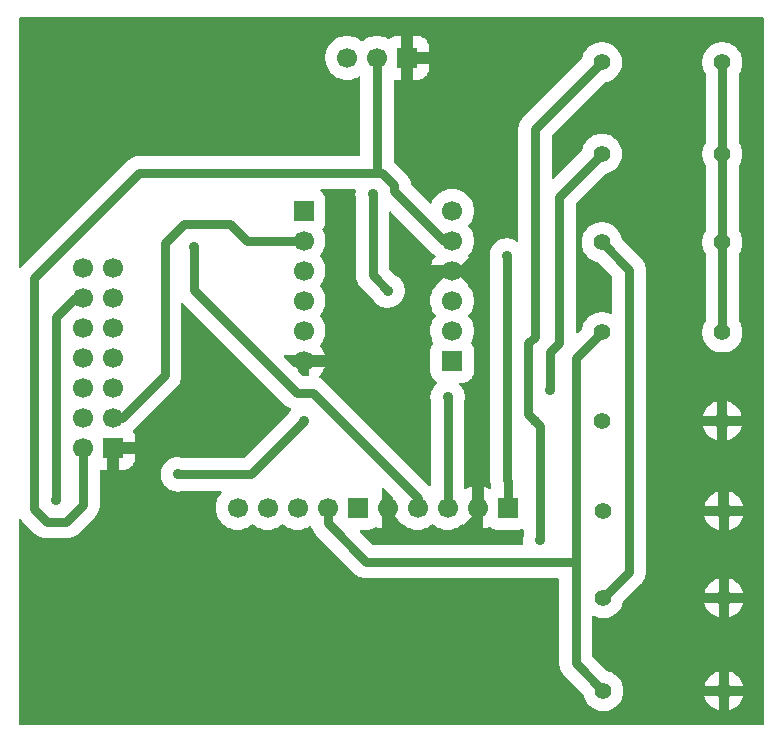
<source format=gbl>
G04 Layer: BottomLayer*
G04 EasyEDA v6.5.50, 2025-06-12 20:37:31*
G04 aa330ac2ebf7422699210df74fc2b7c5,bdb9141ddcec4d9e81ce16864cc1dc0d,10*
G04 Gerber Generator version 0.2*
G04 Scale: 100 percent, Rotated: No, Reflected: No *
G04 Dimensions in millimeters *
G04 leading zeros omitted , absolute positions ,4 integer and 5 decimal *
%FSLAX45Y45*%
%MOMM*%

%ADD10C,0.8000*%
%ADD11R,1.7000X1.7000*%
%ADD12C,1.7000*%
%ADD13C,1.4000*%
%ADD14C,0.9000*%
%ADD15C,0.0125*%

%LPD*%
G36*
X36068Y-6019292D02*
G01*
X32156Y-6018530D01*
X28905Y-6016294D01*
X26670Y-6013043D01*
X25908Y-6009132D01*
X25908Y-4278223D01*
X26771Y-4274058D01*
X29311Y-4270654D01*
X32969Y-4268571D01*
X37185Y-4268114D01*
X41249Y-4269486D01*
X44348Y-4272330D01*
X46482Y-4275378D01*
X57200Y-4287316D01*
X165506Y-4395673D01*
X177495Y-4406341D01*
X190347Y-4415485D01*
X204114Y-4423105D01*
X218694Y-4429099D01*
X233832Y-4433468D01*
X249326Y-4436110D01*
X265379Y-4437024D01*
X427939Y-4437024D01*
X443992Y-4436110D01*
X459485Y-4433468D01*
X474624Y-4429099D01*
X489204Y-4423105D01*
X502970Y-4415485D01*
X515823Y-4406341D01*
X527812Y-4395673D01*
X670661Y-4252823D01*
X681329Y-4240834D01*
X690473Y-4227982D01*
X698093Y-4214215D01*
X704088Y-4199636D01*
X708456Y-4184497D01*
X711098Y-4169003D01*
X712012Y-4152950D01*
X712012Y-3864254D01*
X712978Y-3859885D01*
X715721Y-3856380D01*
X719683Y-3854399D01*
X724154Y-3854297D01*
X727405Y-3854907D01*
X740816Y-3855821D01*
X776630Y-3855821D01*
X776630Y-3719169D01*
X763066Y-3719169D01*
X758698Y-3718153D01*
X755192Y-3715410D01*
X753160Y-3711397D01*
X753110Y-3706926D01*
X754837Y-3698392D01*
X756767Y-3679698D01*
X756767Y-3660901D01*
X754837Y-3642207D01*
X753110Y-3633673D01*
X753160Y-3629202D01*
X755192Y-3625189D01*
X758698Y-3622446D01*
X763066Y-3621430D01*
X776630Y-3621430D01*
X776630Y-3608070D01*
X777595Y-3603802D01*
X780186Y-3600348D01*
X783996Y-3598316D01*
X788365Y-3598011D01*
X806754Y-3600856D01*
X825500Y-3601770D01*
X844245Y-3600856D01*
X862634Y-3598011D01*
X867003Y-3598316D01*
X870813Y-3600348D01*
X873404Y-3603802D01*
X874369Y-3608070D01*
X874369Y-3621430D01*
X1011021Y-3621430D01*
X1011021Y-3585616D01*
X1010107Y-3572205D01*
X1007567Y-3559301D01*
X1003350Y-3546856D01*
X997508Y-3535070D01*
X995781Y-3532479D01*
X994359Y-3529126D01*
X994156Y-3525520D01*
X995222Y-3522116D01*
X997458Y-3519220D01*
X1001725Y-3515461D01*
X1360881Y-3156254D01*
X1371600Y-3144316D01*
X1380693Y-3131464D01*
X1388313Y-3117646D01*
X1394358Y-3103118D01*
X1398727Y-3087979D01*
X1401368Y-3072434D01*
X1402232Y-3056432D01*
X1402232Y-2451150D01*
X1403045Y-2447239D01*
X1405229Y-2443937D01*
X1408531Y-2441752D01*
X1412392Y-2440990D01*
X1416304Y-2441752D01*
X1419606Y-2443937D01*
X2280818Y-3305149D01*
X2292756Y-3315868D01*
X2305608Y-3324961D01*
X2319426Y-3332581D01*
X2329078Y-3336594D01*
X2332228Y-3338677D01*
X2334412Y-3341725D01*
X2335326Y-3345383D01*
X2334869Y-3349142D01*
X2333091Y-3352444D01*
X2325827Y-3361283D01*
X2318308Y-3373018D01*
X2316937Y-3374694D01*
X1939645Y-3751986D01*
X1936343Y-3754170D01*
X1932432Y-3754983D01*
X1411376Y-3754983D01*
X1408785Y-3754628D01*
X1402130Y-3752900D01*
X1385671Y-3750513D01*
X1369060Y-3750056D01*
X1352499Y-3751478D01*
X1336243Y-3754780D01*
X1320444Y-3759911D01*
X1305306Y-3766769D01*
X1291082Y-3775354D01*
X1277924Y-3785514D01*
X1266037Y-3797096D01*
X1255522Y-3809949D01*
X1246530Y-3823919D01*
X1239215Y-3838854D01*
X1233627Y-3854500D01*
X1229868Y-3870655D01*
X1227988Y-3887165D01*
X1227988Y-3903776D01*
X1229868Y-3920286D01*
X1233627Y-3936441D01*
X1239215Y-3952087D01*
X1246530Y-3967022D01*
X1255522Y-3980992D01*
X1266037Y-3993845D01*
X1277924Y-4005427D01*
X1291082Y-4015587D01*
X1305306Y-4024172D01*
X1320444Y-4031030D01*
X1336243Y-4036161D01*
X1352499Y-4039463D01*
X1369060Y-4040886D01*
X1385671Y-4040428D01*
X1402130Y-4038041D01*
X1408785Y-4036314D01*
X1411376Y-4035958D01*
X1735632Y-4035958D01*
X1739442Y-4036720D01*
X1742744Y-4038904D01*
X1744929Y-4042156D01*
X1745792Y-4045965D01*
X1745081Y-4049826D01*
X1742998Y-4053128D01*
X1738833Y-4057497D01*
X1727352Y-4072331D01*
X1717395Y-4088282D01*
X1709115Y-4105148D01*
X1702612Y-4122775D01*
X1697888Y-4140962D01*
X1695043Y-4159554D01*
X1694129Y-4178300D01*
X1695043Y-4197045D01*
X1697888Y-4215638D01*
X1702612Y-4233824D01*
X1709115Y-4251452D01*
X1717395Y-4268317D01*
X1727352Y-4284268D01*
X1738833Y-4299102D01*
X1751787Y-4312767D01*
X1766062Y-4324959D01*
X1781505Y-4335729D01*
X1797913Y-4344822D01*
X1815185Y-4352239D01*
X1833118Y-4357878D01*
X1851507Y-4361637D01*
X1870202Y-4363567D01*
X1888998Y-4363567D01*
X1907692Y-4361637D01*
X1926082Y-4357878D01*
X1944014Y-4352239D01*
X1961286Y-4344822D01*
X1977694Y-4335729D01*
X1993138Y-4324959D01*
X1999996Y-4319117D01*
X2003094Y-4317288D01*
X2006600Y-4316679D01*
X2010105Y-4317288D01*
X2013204Y-4319117D01*
X2020062Y-4324959D01*
X2035505Y-4335729D01*
X2051913Y-4344822D01*
X2069185Y-4352239D01*
X2087118Y-4357878D01*
X2105507Y-4361637D01*
X2124202Y-4363567D01*
X2142998Y-4363567D01*
X2161692Y-4361637D01*
X2180082Y-4357878D01*
X2198014Y-4352239D01*
X2215286Y-4344822D01*
X2231694Y-4335729D01*
X2247138Y-4324959D01*
X2253996Y-4319117D01*
X2257094Y-4317288D01*
X2260600Y-4316679D01*
X2264105Y-4317288D01*
X2267204Y-4319117D01*
X2274062Y-4324959D01*
X2289505Y-4335729D01*
X2305913Y-4344822D01*
X2323185Y-4352239D01*
X2341118Y-4357878D01*
X2359507Y-4361637D01*
X2378202Y-4363567D01*
X2396998Y-4363567D01*
X2415692Y-4361637D01*
X2434082Y-4357878D01*
X2452014Y-4352239D01*
X2469286Y-4344822D01*
X2485694Y-4335729D01*
X2489352Y-4333189D01*
X2492857Y-4331614D01*
X2496667Y-4331512D01*
X2500274Y-4332782D01*
X2503170Y-4335322D01*
X2504897Y-4338726D01*
X2509012Y-4352848D01*
X2515006Y-4367428D01*
X2522626Y-4381195D01*
X2531770Y-4394047D01*
X2542438Y-4406036D01*
X2870758Y-4734306D01*
X2882696Y-4745024D01*
X2895549Y-4754118D01*
X2909366Y-4761738D01*
X2923895Y-4767783D01*
X2939034Y-4772152D01*
X2954578Y-4774793D01*
X2970580Y-4775657D01*
X4592472Y-4775657D01*
X4596333Y-4776470D01*
X4599635Y-4778654D01*
X4601819Y-4781956D01*
X4602632Y-4785817D01*
X4602632Y-5494121D01*
X4603496Y-5510174D01*
X4606137Y-5525668D01*
X4610506Y-5540806D01*
X4616551Y-5555386D01*
X4624171Y-5569153D01*
X4633264Y-5582005D01*
X4643983Y-5593994D01*
X4806645Y-5756656D01*
X4808524Y-5759246D01*
X4814265Y-5780379D01*
X4820666Y-5797042D01*
X4828794Y-5812942D01*
X4838496Y-5827928D01*
X4849723Y-5841796D01*
X4862322Y-5854395D01*
X4876190Y-5865622D01*
X4891176Y-5875375D01*
X4907076Y-5883452D01*
X4923739Y-5889853D01*
X4940960Y-5894476D01*
X4958588Y-5897270D01*
X4976418Y-5898184D01*
X4994249Y-5897270D01*
X5011877Y-5894476D01*
X5029098Y-5889853D01*
X5045760Y-5883452D01*
X5061661Y-5875375D01*
X5076647Y-5865622D01*
X5090515Y-5854395D01*
X5103114Y-5841796D01*
X5114340Y-5827928D01*
X5124094Y-5812942D01*
X5132171Y-5797042D01*
X5138572Y-5780379D01*
X5143195Y-5763158D01*
X5145989Y-5745530D01*
X5146903Y-5727700D01*
X5145989Y-5709869D01*
X5143195Y-5692241D01*
X5138572Y-5675020D01*
X5132171Y-5658358D01*
X5124094Y-5642457D01*
X5114340Y-5627471D01*
X5103114Y-5613603D01*
X5090515Y-5601004D01*
X5076647Y-5589778D01*
X5061661Y-5580024D01*
X5045760Y-5571947D01*
X5029098Y-5565546D01*
X5007914Y-5559806D01*
X5005324Y-5557926D01*
X4886604Y-5439206D01*
X4884420Y-5435904D01*
X4883607Y-5431993D01*
X4883607Y-5100675D01*
X4884470Y-5096662D01*
X4886807Y-5093258D01*
X4890363Y-5091125D01*
X4894427Y-5090566D01*
X4898390Y-5091633D01*
X4907076Y-5096052D01*
X4923739Y-5102453D01*
X4940960Y-5107076D01*
X4958588Y-5109870D01*
X4976418Y-5110784D01*
X4994249Y-5109870D01*
X5011877Y-5107076D01*
X5029098Y-5102453D01*
X5045760Y-5096052D01*
X5061661Y-5087975D01*
X5076647Y-5078222D01*
X5090515Y-5066995D01*
X5103114Y-5054396D01*
X5114340Y-5040528D01*
X5124094Y-5025542D01*
X5132171Y-5009642D01*
X5138572Y-4992979D01*
X5144312Y-4971796D01*
X5146192Y-4969205D01*
X5293106Y-4822291D01*
X5303824Y-4810302D01*
X5312918Y-4797450D01*
X5320538Y-4783683D01*
X5326583Y-4769104D01*
X5330952Y-4753965D01*
X5333593Y-4738471D01*
X5334457Y-4722418D01*
X5334457Y-2160981D01*
X5333593Y-2144928D01*
X5330952Y-2129434D01*
X5326583Y-2114296D01*
X5320538Y-2099716D01*
X5312918Y-2085949D01*
X5303824Y-2073097D01*
X5293106Y-2061108D01*
X5133492Y-1901494D01*
X5131612Y-1898904D01*
X5125872Y-1877720D01*
X5119471Y-1861057D01*
X5111394Y-1845157D01*
X5101640Y-1830171D01*
X5090414Y-1816303D01*
X5077815Y-1803704D01*
X5063947Y-1792478D01*
X5048961Y-1782724D01*
X5033060Y-1774647D01*
X5016398Y-1768246D01*
X4999177Y-1763623D01*
X4981549Y-1760829D01*
X4963718Y-1759915D01*
X4945888Y-1760829D01*
X4928260Y-1763623D01*
X4911039Y-1768246D01*
X4894376Y-1774647D01*
X4878476Y-1782724D01*
X4863490Y-1792478D01*
X4849622Y-1803704D01*
X4837023Y-1816303D01*
X4825796Y-1830171D01*
X4816094Y-1845157D01*
X4807966Y-1861057D01*
X4801565Y-1877720D01*
X4796942Y-1894941D01*
X4794148Y-1912569D01*
X4793234Y-1930400D01*
X4794148Y-1948230D01*
X4796942Y-1965858D01*
X4801565Y-1983079D01*
X4807966Y-1999742D01*
X4816094Y-2015642D01*
X4825796Y-2030628D01*
X4837023Y-2044496D01*
X4849622Y-2057095D01*
X4863490Y-2068322D01*
X4878476Y-2078075D01*
X4894376Y-2086152D01*
X4911039Y-2092553D01*
X4932172Y-2098294D01*
X4934762Y-2100173D01*
X5050485Y-2215896D01*
X5052669Y-2219198D01*
X5053482Y-2223109D01*
X5053482Y-2530449D01*
X5052618Y-2534513D01*
X5050282Y-2537866D01*
X5046726Y-2540000D01*
X5042662Y-2540609D01*
X5038699Y-2539492D01*
X5033060Y-2536647D01*
X5016398Y-2530246D01*
X4999177Y-2525623D01*
X4981549Y-2522829D01*
X4963718Y-2521915D01*
X4945888Y-2522829D01*
X4928260Y-2525623D01*
X4911039Y-2530246D01*
X4894376Y-2536647D01*
X4878476Y-2544724D01*
X4863490Y-2554478D01*
X4849622Y-2565704D01*
X4837023Y-2578303D01*
X4825796Y-2592171D01*
X4816094Y-2607157D01*
X4807966Y-2623058D01*
X4801565Y-2639720D01*
X4795824Y-2660853D01*
X4793945Y-2663444D01*
X4759655Y-2697734D01*
X4756353Y-2699918D01*
X4752492Y-2700680D01*
X4748580Y-2699918D01*
X4745278Y-2697734D01*
X4743094Y-2694432D01*
X4742332Y-2690520D01*
X4742332Y-1605381D01*
X4743094Y-1601470D01*
X4745278Y-1598218D01*
X4992624Y-1350873D01*
X4995214Y-1348994D01*
X5016398Y-1343253D01*
X5033060Y-1336852D01*
X5048961Y-1328775D01*
X5063947Y-1319022D01*
X5077815Y-1307795D01*
X5090414Y-1295196D01*
X5101640Y-1281328D01*
X5111394Y-1266342D01*
X5119471Y-1250442D01*
X5125872Y-1233779D01*
X5130495Y-1216558D01*
X5133289Y-1198930D01*
X5134203Y-1181100D01*
X5133289Y-1163269D01*
X5130495Y-1145641D01*
X5125872Y-1128420D01*
X5119471Y-1111758D01*
X5111394Y-1095857D01*
X5101640Y-1080871D01*
X5090414Y-1067003D01*
X5077815Y-1054404D01*
X5063947Y-1043178D01*
X5048961Y-1033424D01*
X5033060Y-1025347D01*
X5016398Y-1018946D01*
X4999177Y-1014323D01*
X4981549Y-1011529D01*
X4963718Y-1010615D01*
X4945888Y-1011529D01*
X4928260Y-1014323D01*
X4911039Y-1018946D01*
X4894376Y-1025347D01*
X4878476Y-1033424D01*
X4863490Y-1043178D01*
X4849622Y-1054404D01*
X4837023Y-1067003D01*
X4825796Y-1080871D01*
X4816094Y-1095857D01*
X4807966Y-1111758D01*
X4801565Y-1128420D01*
X4795824Y-1149553D01*
X4793945Y-1152144D01*
X4555134Y-1390954D01*
X4551832Y-1393139D01*
X4547971Y-1393901D01*
X4544060Y-1393139D01*
X4540758Y-1390954D01*
X4538573Y-1387652D01*
X4537811Y-1383741D01*
X4537811Y-1035202D01*
X4538573Y-1031290D01*
X4540758Y-1028039D01*
X4992624Y-576173D01*
X4995214Y-574294D01*
X5016398Y-568553D01*
X5033060Y-562152D01*
X5048961Y-554075D01*
X5063947Y-544322D01*
X5077815Y-533095D01*
X5090414Y-520496D01*
X5101640Y-506628D01*
X5111394Y-491642D01*
X5119471Y-475742D01*
X5125872Y-459079D01*
X5130495Y-441858D01*
X5133289Y-424230D01*
X5134203Y-406400D01*
X5133289Y-388569D01*
X5130495Y-370941D01*
X5125872Y-353720D01*
X5119471Y-337058D01*
X5111394Y-321157D01*
X5101640Y-306171D01*
X5090414Y-292303D01*
X5077815Y-279704D01*
X5063947Y-268478D01*
X5048961Y-258724D01*
X5033060Y-250647D01*
X5016398Y-244246D01*
X4999177Y-239623D01*
X4981549Y-236829D01*
X4963718Y-235915D01*
X4945888Y-236829D01*
X4928260Y-239623D01*
X4911039Y-244246D01*
X4894376Y-250647D01*
X4878476Y-258724D01*
X4863490Y-268478D01*
X4849622Y-279704D01*
X4837023Y-292303D01*
X4825796Y-306171D01*
X4816094Y-321157D01*
X4807966Y-337058D01*
X4801565Y-353720D01*
X4795824Y-374853D01*
X4793945Y-377444D01*
X4298137Y-873252D01*
X4287469Y-885190D01*
X4278325Y-898042D01*
X4270705Y-911860D01*
X4264710Y-926388D01*
X4260342Y-941527D01*
X4257700Y-957071D01*
X4256786Y-973074D01*
X4256786Y-1913483D01*
X4255871Y-1917750D01*
X4253179Y-1921205D01*
X4249318Y-1923237D01*
X4244949Y-1923491D01*
X4240885Y-1921865D01*
X4234078Y-1917192D01*
X4219397Y-1909419D01*
X4203903Y-1903425D01*
X4187850Y-1899208D01*
X4171391Y-1896821D01*
X4154779Y-1896364D01*
X4138218Y-1897786D01*
X4121962Y-1901088D01*
X4106164Y-1906219D01*
X4091025Y-1913077D01*
X4076801Y-1921662D01*
X4063644Y-1931822D01*
X4051757Y-1943404D01*
X4041241Y-1956257D01*
X4032250Y-1970227D01*
X4024934Y-1985162D01*
X4019346Y-2000808D01*
X4015587Y-2016963D01*
X4013708Y-2033473D01*
X4013708Y-2050084D01*
X4015587Y-2066594D01*
X4018178Y-2077720D01*
X4018432Y-2080006D01*
X4018432Y-3946296D01*
X4019346Y-3962298D01*
X4021988Y-3977843D01*
X4024680Y-3987292D01*
X4025087Y-3990086D01*
X4025087Y-4004360D01*
X4024528Y-4007612D01*
X4023004Y-4010558D01*
X4015943Y-4016654D01*
X4012336Y-4018686D01*
X4008272Y-4019092D01*
X4004310Y-4017873D01*
X3993286Y-4011777D01*
X3976014Y-4004360D01*
X3960469Y-3999484D01*
X3960469Y-4129430D01*
X3969918Y-4129430D01*
X3973829Y-4130243D01*
X3977132Y-4132427D01*
X3979316Y-4135729D01*
X3980078Y-4139590D01*
X3980078Y-4217009D01*
X3979316Y-4220870D01*
X3977132Y-4224172D01*
X3973829Y-4226356D01*
X3969918Y-4227169D01*
X3960469Y-4227169D01*
X3960469Y-4357116D01*
X3976014Y-4352239D01*
X3993286Y-4344822D01*
X4004310Y-4338726D01*
X4008272Y-4337507D01*
X4012336Y-4337913D01*
X4015943Y-4339945D01*
X4019448Y-4343044D01*
X4030370Y-4350308D01*
X4042156Y-4356150D01*
X4054601Y-4360367D01*
X4067505Y-4362907D01*
X4080916Y-4363821D01*
X4250283Y-4363821D01*
X4263694Y-4362907D01*
X4276598Y-4360367D01*
X4287367Y-4356709D01*
X4291177Y-4356201D01*
X4294886Y-4357116D01*
X4298035Y-4359351D01*
X4300067Y-4362551D01*
X4300829Y-4366310D01*
X4300829Y-4411776D01*
X4300524Y-4414062D01*
X4297934Y-4425188D01*
X4296054Y-4441698D01*
X4296054Y-4458309D01*
X4297934Y-4474819D01*
X4299661Y-4482185D01*
X4299864Y-4485843D01*
X4298746Y-4489297D01*
X4296460Y-4492142D01*
X4293362Y-4494022D01*
X4289755Y-4494682D01*
X3032709Y-4494682D01*
X3028797Y-4493869D01*
X3025546Y-4491685D01*
X2915005Y-4381144D01*
X2912770Y-4377842D01*
X2912008Y-4373981D01*
X2912770Y-4370070D01*
X2915005Y-4366768D01*
X2918307Y-4364583D01*
X2922168Y-4363821D01*
X2980283Y-4363821D01*
X2993694Y-4362907D01*
X3006598Y-4360367D01*
X3019044Y-4356150D01*
X3030829Y-4350308D01*
X3041751Y-4343044D01*
X3045256Y-4339945D01*
X3048863Y-4337913D01*
X3052927Y-4337507D01*
X3056890Y-4338726D01*
X3067913Y-4344822D01*
X3085185Y-4352239D01*
X3100730Y-4357116D01*
X3100730Y-4227169D01*
X3091281Y-4227169D01*
X3087370Y-4226356D01*
X3084068Y-4224172D01*
X3081883Y-4220870D01*
X3081121Y-4217009D01*
X3081121Y-4139590D01*
X3081883Y-4135729D01*
X3084068Y-4132427D01*
X3087370Y-4130243D01*
X3091281Y-4129430D01*
X3100730Y-4129430D01*
X3100730Y-4014215D01*
X3101543Y-4010355D01*
X3103727Y-4007053D01*
X3107029Y-4004868D01*
X3110890Y-4004056D01*
X3114802Y-4004868D01*
X3118104Y-4007053D01*
X3195472Y-4084421D01*
X3197656Y-4087723D01*
X3198469Y-4091635D01*
X3198469Y-4129430D01*
X3211830Y-4129430D01*
X3216097Y-4130395D01*
X3219551Y-4132986D01*
X3221583Y-4136796D01*
X3221888Y-4141165D01*
X3219043Y-4159554D01*
X3218129Y-4178300D01*
X3219043Y-4197045D01*
X3221888Y-4215434D01*
X3221583Y-4219803D01*
X3219551Y-4223613D01*
X3216097Y-4226204D01*
X3211830Y-4227169D01*
X3198469Y-4227169D01*
X3198469Y-4357116D01*
X3214014Y-4352239D01*
X3231286Y-4344822D01*
X3247694Y-4335729D01*
X3263138Y-4324959D01*
X3269996Y-4319117D01*
X3273094Y-4317288D01*
X3276600Y-4316679D01*
X3280105Y-4317288D01*
X3283204Y-4319117D01*
X3290062Y-4324959D01*
X3305505Y-4335729D01*
X3321913Y-4344822D01*
X3339185Y-4352239D01*
X3357118Y-4357878D01*
X3375507Y-4361637D01*
X3394201Y-4363567D01*
X3412998Y-4363567D01*
X3431692Y-4361637D01*
X3450082Y-4357878D01*
X3468014Y-4352239D01*
X3485286Y-4344822D01*
X3501694Y-4335729D01*
X3517137Y-4324959D01*
X3523996Y-4319117D01*
X3527094Y-4317288D01*
X3530600Y-4316679D01*
X3534105Y-4317288D01*
X3537204Y-4319117D01*
X3544062Y-4324959D01*
X3559505Y-4335729D01*
X3575913Y-4344822D01*
X3593185Y-4352239D01*
X3611118Y-4357878D01*
X3629507Y-4361637D01*
X3648201Y-4363567D01*
X3666998Y-4363567D01*
X3685692Y-4361637D01*
X3704082Y-4357878D01*
X3722014Y-4352239D01*
X3739286Y-4344822D01*
X3755694Y-4335729D01*
X3771137Y-4324959D01*
X3777996Y-4319117D01*
X3781094Y-4317288D01*
X3784600Y-4316679D01*
X3788105Y-4317288D01*
X3791204Y-4319117D01*
X3798062Y-4324959D01*
X3813505Y-4335729D01*
X3829913Y-4344822D01*
X3847185Y-4352239D01*
X3862730Y-4357116D01*
X3862730Y-4227169D01*
X3849370Y-4227169D01*
X3845102Y-4226204D01*
X3841648Y-4223613D01*
X3839616Y-4219803D01*
X3839311Y-4215434D01*
X3842156Y-4197045D01*
X3843070Y-4178300D01*
X3842156Y-4159554D01*
X3839311Y-4141165D01*
X3839616Y-4136796D01*
X3841648Y-4132986D01*
X3845102Y-4130395D01*
X3849370Y-4129430D01*
X3862730Y-4129430D01*
X3862730Y-3999484D01*
X3847185Y-4004360D01*
X3829913Y-4011777D01*
X3813200Y-4021023D01*
X3809187Y-4022293D01*
X3805021Y-4021785D01*
X3801414Y-4019651D01*
X3798976Y-4016248D01*
X3798112Y-4012133D01*
X3798112Y-3278784D01*
X3799332Y-3273247D01*
X3802126Y-3256838D01*
X3803091Y-3240278D01*
X3802126Y-3223717D01*
X3799332Y-3207308D01*
X3794607Y-3191408D01*
X3788156Y-3176066D01*
X3779977Y-3161639D01*
X3770223Y-3148177D01*
X3759250Y-3136239D01*
X3757218Y-3132937D01*
X3756609Y-3129076D01*
X3757472Y-3125266D01*
X3759657Y-3122066D01*
X3762959Y-3119932D01*
X3766769Y-3119221D01*
X3780383Y-3119221D01*
X3793794Y-3118307D01*
X3806698Y-3115767D01*
X3819144Y-3111550D01*
X3830929Y-3105708D01*
X3841851Y-3098444D01*
X3851757Y-3089757D01*
X3860444Y-3079851D01*
X3867708Y-3068929D01*
X3873550Y-3057144D01*
X3877767Y-3044698D01*
X3880307Y-3031794D01*
X3881221Y-3018383D01*
X3881221Y-2849016D01*
X3880307Y-2835605D01*
X3877767Y-2822702D01*
X3873550Y-2810256D01*
X3867708Y-2798470D01*
X3860444Y-2787548D01*
X3857345Y-2784043D01*
X3855313Y-2780436D01*
X3854907Y-2776372D01*
X3856126Y-2772410D01*
X3862222Y-2761386D01*
X3869639Y-2744114D01*
X3875278Y-2726182D01*
X3879037Y-2707792D01*
X3880967Y-2689098D01*
X3880967Y-2670302D01*
X3879037Y-2651607D01*
X3875278Y-2633218D01*
X3869639Y-2615285D01*
X3862222Y-2598013D01*
X3853129Y-2581605D01*
X3842359Y-2566162D01*
X3836517Y-2559304D01*
X3834688Y-2556205D01*
X3834079Y-2552700D01*
X3834688Y-2549194D01*
X3836517Y-2546096D01*
X3842359Y-2539238D01*
X3853129Y-2523794D01*
X3862222Y-2507386D01*
X3869639Y-2490114D01*
X3875278Y-2472182D01*
X3879037Y-2453792D01*
X3880967Y-2435098D01*
X3880967Y-2416302D01*
X3879037Y-2397607D01*
X3875278Y-2379218D01*
X3869639Y-2361285D01*
X3862222Y-2344013D01*
X3853129Y-2327605D01*
X3842359Y-2312162D01*
X3836517Y-2305304D01*
X3834688Y-2302205D01*
X3834079Y-2298700D01*
X3834688Y-2295194D01*
X3836517Y-2292096D01*
X3842359Y-2285238D01*
X3853129Y-2269794D01*
X3862222Y-2253386D01*
X3869639Y-2236114D01*
X3874515Y-2220569D01*
X3744569Y-2220569D01*
X3744569Y-2233930D01*
X3743604Y-2238197D01*
X3741013Y-2241651D01*
X3737203Y-2243683D01*
X3732834Y-2243988D01*
X3714445Y-2241143D01*
X3695700Y-2240229D01*
X3676954Y-2241143D01*
X3658565Y-2243988D01*
X3654196Y-2243683D01*
X3650386Y-2241651D01*
X3647795Y-2238197D01*
X3646830Y-2233930D01*
X3646830Y-2220569D01*
X3516884Y-2220569D01*
X3521760Y-2236114D01*
X3529177Y-2253386D01*
X3538270Y-2269794D01*
X3549040Y-2285238D01*
X3554882Y-2292096D01*
X3556711Y-2295194D01*
X3557320Y-2298700D01*
X3556711Y-2302205D01*
X3554882Y-2305304D01*
X3549040Y-2312162D01*
X3538270Y-2327605D01*
X3529177Y-2344013D01*
X3521760Y-2361285D01*
X3516122Y-2379218D01*
X3512362Y-2397607D01*
X3510432Y-2416302D01*
X3510432Y-2435098D01*
X3512362Y-2453792D01*
X3516122Y-2472182D01*
X3521760Y-2490114D01*
X3529177Y-2507386D01*
X3538270Y-2523794D01*
X3549040Y-2539238D01*
X3554882Y-2546096D01*
X3556711Y-2549194D01*
X3557320Y-2552700D01*
X3556711Y-2556205D01*
X3554882Y-2559304D01*
X3549040Y-2566162D01*
X3538270Y-2581605D01*
X3529177Y-2598013D01*
X3521760Y-2615285D01*
X3516122Y-2633218D01*
X3512362Y-2651607D01*
X3510432Y-2670302D01*
X3510432Y-2689098D01*
X3512362Y-2707792D01*
X3516122Y-2726182D01*
X3521760Y-2744114D01*
X3529177Y-2761386D01*
X3535273Y-2772410D01*
X3536492Y-2776372D01*
X3536086Y-2780436D01*
X3534054Y-2784043D01*
X3530955Y-2787548D01*
X3523691Y-2798470D01*
X3517849Y-2810256D01*
X3513632Y-2822702D01*
X3511092Y-2835605D01*
X3510178Y-2849016D01*
X3510178Y-3018383D01*
X3511092Y-3031794D01*
X3513632Y-3044698D01*
X3517849Y-3057144D01*
X3523691Y-3068929D01*
X3530955Y-3079851D01*
X3539642Y-3089757D01*
X3549548Y-3098444D01*
X3560470Y-3105708D01*
X3566414Y-3108655D01*
X3569665Y-3111195D01*
X3571646Y-3114751D01*
X3572052Y-3118815D01*
X3570833Y-3122726D01*
X3568141Y-3125825D01*
X3562299Y-3130346D01*
X3550412Y-3141878D01*
X3539896Y-3154781D01*
X3530904Y-3168751D01*
X3523589Y-3183636D01*
X3518001Y-3199282D01*
X3514242Y-3215487D01*
X3512362Y-3231946D01*
X3512362Y-3248609D01*
X3514242Y-3265068D01*
X3516833Y-3276244D01*
X3517087Y-3278530D01*
X3517087Y-3984091D01*
X3516325Y-3988003D01*
X3514140Y-3991305D01*
X3510838Y-3993489D01*
X3506927Y-3994251D01*
X3503066Y-3993489D01*
X3499764Y-3991305D01*
X2615336Y-3106877D01*
X2603347Y-3096158D01*
X2590495Y-3087065D01*
X2576728Y-3079445D01*
X2572004Y-3076600D01*
X2569768Y-3073247D01*
X2569057Y-3069336D01*
X2569921Y-3065373D01*
X2572867Y-3061512D01*
X2585059Y-3047238D01*
X2595829Y-3031794D01*
X2604922Y-3015386D01*
X2612339Y-2998114D01*
X2617216Y-2982569D01*
X2487269Y-2982569D01*
X2487269Y-3055366D01*
X2486456Y-3059226D01*
X2484272Y-3062528D01*
X2480970Y-3064713D01*
X2477109Y-3065526D01*
X2442768Y-3065526D01*
X2438857Y-3064713D01*
X2435606Y-3062528D01*
X2392527Y-3019450D01*
X2390343Y-3016199D01*
X2389530Y-3012287D01*
X2389530Y-2982569D01*
X2359812Y-2982569D01*
X2355900Y-2981756D01*
X2352649Y-2979572D01*
X2275230Y-2902204D01*
X2273046Y-2898902D01*
X2272284Y-2894990D01*
X2273046Y-2891129D01*
X2275230Y-2887827D01*
X2278532Y-2885643D01*
X2282444Y-2884830D01*
X2389530Y-2884830D01*
X2389530Y-2871470D01*
X2390495Y-2867202D01*
X2393086Y-2863748D01*
X2396896Y-2861716D01*
X2401265Y-2861411D01*
X2419654Y-2864256D01*
X2438400Y-2865170D01*
X2457145Y-2864256D01*
X2475534Y-2861411D01*
X2479903Y-2861716D01*
X2483713Y-2863748D01*
X2486304Y-2867202D01*
X2487269Y-2871470D01*
X2487269Y-2884830D01*
X2617216Y-2884830D01*
X2612339Y-2869285D01*
X2604922Y-2852013D01*
X2595829Y-2835605D01*
X2585059Y-2820162D01*
X2579217Y-2813304D01*
X2577388Y-2810205D01*
X2576779Y-2806700D01*
X2577388Y-2803194D01*
X2579217Y-2800096D01*
X2585059Y-2793238D01*
X2595829Y-2777794D01*
X2604922Y-2761386D01*
X2612339Y-2744114D01*
X2617978Y-2726182D01*
X2621737Y-2707792D01*
X2623667Y-2689098D01*
X2623667Y-2670302D01*
X2621737Y-2651607D01*
X2617978Y-2633218D01*
X2612339Y-2615285D01*
X2604922Y-2598013D01*
X2595829Y-2581605D01*
X2585059Y-2566162D01*
X2579217Y-2559304D01*
X2577388Y-2556205D01*
X2576779Y-2552700D01*
X2577388Y-2549194D01*
X2579217Y-2546096D01*
X2585059Y-2539238D01*
X2595829Y-2523794D01*
X2604922Y-2507386D01*
X2612339Y-2490114D01*
X2617978Y-2472182D01*
X2621737Y-2453792D01*
X2623667Y-2435098D01*
X2623667Y-2416302D01*
X2621737Y-2397607D01*
X2617978Y-2379218D01*
X2612339Y-2361285D01*
X2604922Y-2344013D01*
X2595829Y-2327605D01*
X2585059Y-2312162D01*
X2579217Y-2305304D01*
X2577388Y-2302205D01*
X2576779Y-2298700D01*
X2577388Y-2295194D01*
X2579217Y-2292096D01*
X2585059Y-2285238D01*
X2595829Y-2269794D01*
X2604922Y-2253386D01*
X2612339Y-2236114D01*
X2617978Y-2218182D01*
X2621737Y-2199792D01*
X2623667Y-2181098D01*
X2623667Y-2162302D01*
X2621737Y-2143607D01*
X2617978Y-2125218D01*
X2612339Y-2107285D01*
X2604922Y-2090013D01*
X2595829Y-2073605D01*
X2585059Y-2058162D01*
X2579217Y-2051304D01*
X2577388Y-2048205D01*
X2576779Y-2044700D01*
X2577388Y-2041194D01*
X2579217Y-2038096D01*
X2585059Y-2031238D01*
X2595829Y-2015794D01*
X2604922Y-1999386D01*
X2612339Y-1982114D01*
X2617978Y-1964182D01*
X2621737Y-1945792D01*
X2623667Y-1927098D01*
X2623667Y-1908302D01*
X2621737Y-1889607D01*
X2617978Y-1871218D01*
X2612339Y-1853285D01*
X2604922Y-1836013D01*
X2598826Y-1824989D01*
X2597607Y-1821027D01*
X2598013Y-1816963D01*
X2600045Y-1813356D01*
X2603144Y-1809851D01*
X2610408Y-1798929D01*
X2616250Y-1787143D01*
X2620467Y-1774698D01*
X2623007Y-1761794D01*
X2623921Y-1748383D01*
X2623921Y-1579016D01*
X2623007Y-1565605D01*
X2620467Y-1552702D01*
X2616250Y-1540256D01*
X2610408Y-1528470D01*
X2603144Y-1517548D01*
X2594457Y-1507642D01*
X2584145Y-1498701D01*
X2581148Y-1495602D01*
X2579725Y-1491589D01*
X2580030Y-1487271D01*
X2582164Y-1483563D01*
X2585567Y-1480972D01*
X2589784Y-1480058D01*
X2870657Y-1480058D01*
X2874213Y-1480718D01*
X2877362Y-1482598D01*
X2879598Y-1485442D01*
X2880715Y-1488897D01*
X2880563Y-1492554D01*
X2878836Y-1499920D01*
X2876956Y-1516430D01*
X2876956Y-1533042D01*
X2878836Y-1549552D01*
X2881426Y-1560677D01*
X2881680Y-1562963D01*
X2881680Y-2209850D01*
X2882595Y-2225852D01*
X2885236Y-2241397D01*
X2889605Y-2256536D01*
X2895600Y-2271064D01*
X2903220Y-2284882D01*
X2912364Y-2297734D01*
X2923032Y-2309672D01*
X3024022Y-2410663D01*
X3025394Y-2412390D01*
X3032912Y-2424074D01*
X3043428Y-2436977D01*
X3055366Y-2448509D01*
X3068523Y-2458669D01*
X3082747Y-2467254D01*
X3097834Y-2474163D01*
X3113633Y-2479294D01*
X3129940Y-2482596D01*
X3146501Y-2484018D01*
X3163112Y-2483561D01*
X3179521Y-2481173D01*
X3195624Y-2476957D01*
X3211068Y-2470912D01*
X3225749Y-2463190D01*
X3239465Y-2453792D01*
X3252063Y-2442921D01*
X3263290Y-2430678D01*
X3273044Y-2417216D01*
X3281222Y-2402789D01*
X3287674Y-2387447D01*
X3292348Y-2371547D01*
X3295192Y-2355138D01*
X3296158Y-2338578D01*
X3295192Y-2322017D01*
X3292348Y-2305608D01*
X3287674Y-2289708D01*
X3281222Y-2274366D01*
X3273044Y-2259939D01*
X3263290Y-2246477D01*
X3252063Y-2234234D01*
X3239465Y-2223363D01*
X3222548Y-2211781D01*
X3165652Y-2154885D01*
X3163468Y-2151634D01*
X3162706Y-2147722D01*
X3162706Y-1677974D01*
X3163468Y-1674063D01*
X3165652Y-1670761D01*
X3168954Y-1668576D01*
X3172866Y-1667814D01*
X3176727Y-1668576D01*
X3180029Y-1670761D01*
X3526129Y-2016861D01*
X3538067Y-2027529D01*
X3551224Y-2036825D01*
X3554577Y-2039772D01*
X3556304Y-2043887D01*
X3556101Y-2048357D01*
X3554018Y-2052320D01*
X3549040Y-2058162D01*
X3538270Y-2073605D01*
X3529177Y-2090013D01*
X3521760Y-2107285D01*
X3516884Y-2122830D01*
X3646830Y-2122830D01*
X3646830Y-2109470D01*
X3647795Y-2105202D01*
X3650386Y-2101748D01*
X3654196Y-2099716D01*
X3658565Y-2099411D01*
X3676954Y-2102256D01*
X3695700Y-2103170D01*
X3714445Y-2102256D01*
X3732834Y-2099411D01*
X3737203Y-2099716D01*
X3741013Y-2101748D01*
X3743604Y-2105202D01*
X3744569Y-2109470D01*
X3744569Y-2122830D01*
X3874515Y-2122830D01*
X3869639Y-2107285D01*
X3862222Y-2090013D01*
X3853129Y-2073605D01*
X3842359Y-2058162D01*
X3836517Y-2051304D01*
X3834688Y-2048205D01*
X3834079Y-2044700D01*
X3834688Y-2041194D01*
X3836517Y-2038096D01*
X3842359Y-2031238D01*
X3853129Y-2015794D01*
X3862222Y-1999386D01*
X3869639Y-1982114D01*
X3875278Y-1964182D01*
X3879037Y-1945792D01*
X3880967Y-1927098D01*
X3880967Y-1908302D01*
X3879037Y-1889607D01*
X3875278Y-1871218D01*
X3869639Y-1853285D01*
X3862222Y-1836013D01*
X3853129Y-1819605D01*
X3842359Y-1804162D01*
X3836517Y-1797304D01*
X3834688Y-1794205D01*
X3834079Y-1790700D01*
X3834688Y-1787194D01*
X3836517Y-1784096D01*
X3842359Y-1777238D01*
X3853129Y-1761794D01*
X3862222Y-1745386D01*
X3869639Y-1728114D01*
X3875278Y-1710182D01*
X3879037Y-1691792D01*
X3880967Y-1673098D01*
X3880967Y-1654302D01*
X3879037Y-1635607D01*
X3875278Y-1617218D01*
X3869639Y-1599285D01*
X3862222Y-1582013D01*
X3853129Y-1565605D01*
X3842359Y-1550162D01*
X3830167Y-1535887D01*
X3816502Y-1522933D01*
X3801668Y-1511452D01*
X3785717Y-1501495D01*
X3768851Y-1493215D01*
X3751224Y-1486712D01*
X3733037Y-1481988D01*
X3714445Y-1479143D01*
X3695700Y-1478229D01*
X3676954Y-1479143D01*
X3658362Y-1481988D01*
X3640175Y-1486712D01*
X3622548Y-1493215D01*
X3605682Y-1501495D01*
X3589731Y-1511452D01*
X3574897Y-1522933D01*
X3561232Y-1535887D01*
X3549040Y-1550162D01*
X3538270Y-1565605D01*
X3529177Y-1582013D01*
X3522929Y-1596542D01*
X3520694Y-1599793D01*
X3517392Y-1601978D01*
X3513531Y-1602689D01*
X3509670Y-1601927D01*
X3506419Y-1599742D01*
X3350209Y-1443482D01*
X3348075Y-1440484D01*
X3347212Y-1436878D01*
X3346958Y-1432306D01*
X3344316Y-1416812D01*
X3339947Y-1401673D01*
X3333953Y-1387094D01*
X3326333Y-1373327D01*
X3317189Y-1360474D01*
X3306521Y-1348486D01*
X3204159Y-1246174D01*
X3201974Y-1242872D01*
X3201212Y-1238961D01*
X3201212Y-562254D01*
X3202178Y-557885D01*
X3204921Y-554380D01*
X3208883Y-552399D01*
X3213354Y-552297D01*
X3216605Y-552907D01*
X3230016Y-553821D01*
X3265830Y-553821D01*
X3265830Y-417169D01*
X3252470Y-417169D01*
X3248202Y-416204D01*
X3244748Y-413613D01*
X3242716Y-409803D01*
X3242411Y-405434D01*
X3245256Y-387045D01*
X3246170Y-368300D01*
X3245256Y-349554D01*
X3242411Y-331165D01*
X3242716Y-326796D01*
X3244748Y-322986D01*
X3248202Y-320395D01*
X3252470Y-319430D01*
X3265830Y-319430D01*
X3265830Y-182778D01*
X3230016Y-182778D01*
X3216605Y-183692D01*
X3203702Y-186232D01*
X3191256Y-190449D01*
X3179470Y-196291D01*
X3168548Y-203555D01*
X3165043Y-206654D01*
X3161436Y-208686D01*
X3157372Y-209092D01*
X3153410Y-207873D01*
X3142386Y-201777D01*
X3125114Y-194360D01*
X3107182Y-188722D01*
X3088792Y-184962D01*
X3070098Y-183032D01*
X3051302Y-183032D01*
X3032607Y-184962D01*
X3014218Y-188722D01*
X2996285Y-194360D01*
X2979013Y-201777D01*
X2962605Y-210870D01*
X2947162Y-221640D01*
X2940304Y-227482D01*
X2937205Y-229311D01*
X2933700Y-229920D01*
X2930194Y-229311D01*
X2927096Y-227482D01*
X2920238Y-221640D01*
X2904794Y-210870D01*
X2888386Y-201777D01*
X2871114Y-194360D01*
X2853182Y-188722D01*
X2834792Y-184962D01*
X2816098Y-183032D01*
X2797302Y-183032D01*
X2778607Y-184962D01*
X2760218Y-188722D01*
X2742285Y-194360D01*
X2725013Y-201777D01*
X2708605Y-210870D01*
X2693162Y-221640D01*
X2678887Y-233832D01*
X2665933Y-247497D01*
X2654452Y-262331D01*
X2644495Y-278282D01*
X2636215Y-295148D01*
X2629712Y-312775D01*
X2624988Y-330962D01*
X2622143Y-349554D01*
X2621229Y-368300D01*
X2622143Y-387045D01*
X2624988Y-405638D01*
X2629712Y-423824D01*
X2636215Y-441451D01*
X2644495Y-458317D01*
X2654452Y-474268D01*
X2665933Y-489102D01*
X2678887Y-502767D01*
X2693162Y-514959D01*
X2708605Y-525729D01*
X2725013Y-534822D01*
X2742285Y-542239D01*
X2760218Y-547878D01*
X2778607Y-551637D01*
X2797302Y-553567D01*
X2816098Y-553567D01*
X2834792Y-551637D01*
X2853182Y-547878D01*
X2871114Y-542239D01*
X2888386Y-534822D01*
X2905099Y-525576D01*
X2909112Y-524306D01*
X2913278Y-524814D01*
X2916885Y-526948D01*
X2919323Y-530352D01*
X2920187Y-534466D01*
X2920187Y-1188923D01*
X2919425Y-1192784D01*
X2917240Y-1196086D01*
X2913938Y-1198270D01*
X2910027Y-1199083D01*
X1046429Y-1199083D01*
X1030427Y-1199946D01*
X1014882Y-1202588D01*
X999744Y-1206957D01*
X985215Y-1213002D01*
X971397Y-1220622D01*
X958545Y-1229715D01*
X946607Y-1240434D01*
X57200Y-2129840D01*
X46482Y-2141778D01*
X44348Y-2144826D01*
X41249Y-2147671D01*
X37185Y-2149043D01*
X32969Y-2148586D01*
X29311Y-2146503D01*
X26771Y-2143099D01*
X25908Y-2138934D01*
X25908Y-36068D01*
X26670Y-32156D01*
X28905Y-28905D01*
X32156Y-26670D01*
X36068Y-25908D01*
X6326632Y-25908D01*
X6330543Y-26670D01*
X6333794Y-28905D01*
X6336030Y-32156D01*
X6336792Y-36068D01*
X6336792Y-6009132D01*
X6336030Y-6013043D01*
X6333794Y-6016294D01*
X6330543Y-6018530D01*
X6326632Y-6019292D01*
G37*

%LPC*%
G36*
X5955030Y-5892901D02*
G01*
X5955030Y-5769051D01*
X5831179Y-5769051D01*
X5834227Y-5780379D01*
X5840628Y-5797042D01*
X5848705Y-5812942D01*
X5858459Y-5827928D01*
X5869686Y-5841796D01*
X5882284Y-5854395D01*
X5896152Y-5865622D01*
X5911138Y-5875375D01*
X5927039Y-5883452D01*
X5943701Y-5889853D01*
G37*
G36*
X6037732Y-5892901D02*
G01*
X6049060Y-5889853D01*
X6065723Y-5883452D01*
X6081623Y-5875375D01*
X6096609Y-5865622D01*
X6110478Y-5854395D01*
X6123076Y-5841796D01*
X6134303Y-5827928D01*
X6144006Y-5812942D01*
X6152134Y-5797042D01*
X6158534Y-5780379D01*
X6161582Y-5769051D01*
X6037732Y-5769051D01*
G37*
G36*
X6037732Y-5686348D02*
G01*
X6161582Y-5686348D01*
X6158534Y-5675020D01*
X6152134Y-5658358D01*
X6144006Y-5642457D01*
X6134303Y-5627471D01*
X6123076Y-5613603D01*
X6110478Y-5601004D01*
X6096609Y-5589778D01*
X6081623Y-5580024D01*
X6065723Y-5571947D01*
X6049060Y-5565546D01*
X6037732Y-5562498D01*
G37*
G36*
X5831179Y-5686348D02*
G01*
X5955030Y-5686348D01*
X5955030Y-5562498D01*
X5943701Y-5565546D01*
X5927039Y-5571947D01*
X5911138Y-5580024D01*
X5896152Y-5589778D01*
X5882284Y-5601004D01*
X5869686Y-5613603D01*
X5858459Y-5627471D01*
X5848705Y-5642457D01*
X5840628Y-5658358D01*
X5834227Y-5675020D01*
G37*
G36*
X6037732Y-5105501D02*
G01*
X6049060Y-5102453D01*
X6065723Y-5096052D01*
X6081623Y-5087975D01*
X6096609Y-5078222D01*
X6110478Y-5066995D01*
X6123076Y-5054396D01*
X6134303Y-5040528D01*
X6144006Y-5025542D01*
X6152134Y-5009642D01*
X6158534Y-4992979D01*
X6161582Y-4981651D01*
X6037732Y-4981651D01*
G37*
G36*
X5955030Y-5105501D02*
G01*
X5955030Y-4981651D01*
X5831179Y-4981651D01*
X5834227Y-4992979D01*
X5840628Y-5009642D01*
X5848705Y-5025542D01*
X5858459Y-5040528D01*
X5869686Y-5054396D01*
X5882284Y-5066995D01*
X5896152Y-5078222D01*
X5911138Y-5087975D01*
X5927039Y-5096052D01*
X5943701Y-5102453D01*
G37*
G36*
X6037732Y-4898948D02*
G01*
X6161582Y-4898948D01*
X6158534Y-4887620D01*
X6152134Y-4870958D01*
X6144006Y-4855057D01*
X6134303Y-4840071D01*
X6123076Y-4826203D01*
X6110478Y-4813604D01*
X6096609Y-4802378D01*
X6081623Y-4792624D01*
X6065723Y-4784547D01*
X6049060Y-4778146D01*
X6037732Y-4775098D01*
G37*
G36*
X5831179Y-4898948D02*
G01*
X5955030Y-4898948D01*
X5955030Y-4775098D01*
X5943701Y-4778146D01*
X5927039Y-4784547D01*
X5911138Y-4792624D01*
X5896152Y-4802378D01*
X5882284Y-4813604D01*
X5869686Y-4826203D01*
X5858459Y-4840071D01*
X5848705Y-4855057D01*
X5840628Y-4870958D01*
X5834227Y-4887620D01*
G37*
G36*
X5955030Y-4368901D02*
G01*
X5955030Y-4245051D01*
X5831179Y-4245051D01*
X5834227Y-4256379D01*
X5840628Y-4273042D01*
X5848705Y-4288942D01*
X5858459Y-4303928D01*
X5869686Y-4317796D01*
X5882284Y-4330395D01*
X5896152Y-4341622D01*
X5911138Y-4351375D01*
X5927039Y-4359452D01*
X5943701Y-4365853D01*
G37*
G36*
X6037732Y-4368901D02*
G01*
X6049060Y-4365853D01*
X6065723Y-4359452D01*
X6081623Y-4351375D01*
X6096609Y-4341622D01*
X6110478Y-4330395D01*
X6123076Y-4317796D01*
X6134303Y-4303928D01*
X6144006Y-4288942D01*
X6152134Y-4273042D01*
X6158534Y-4256379D01*
X6161582Y-4245051D01*
X6037732Y-4245051D01*
G37*
G36*
X6037732Y-4162348D02*
G01*
X6161582Y-4162348D01*
X6158534Y-4151020D01*
X6152134Y-4134358D01*
X6144006Y-4118457D01*
X6134303Y-4103471D01*
X6123076Y-4089603D01*
X6110478Y-4077004D01*
X6096609Y-4065778D01*
X6081623Y-4056024D01*
X6065723Y-4047947D01*
X6049060Y-4041546D01*
X6037732Y-4038498D01*
G37*
G36*
X5831179Y-4162348D02*
G01*
X5955030Y-4162348D01*
X5955030Y-4038498D01*
X5943701Y-4041546D01*
X5927039Y-4047947D01*
X5911138Y-4056024D01*
X5896152Y-4065778D01*
X5882284Y-4077004D01*
X5869686Y-4089603D01*
X5858459Y-4103471D01*
X5848705Y-4118457D01*
X5840628Y-4134358D01*
X5834227Y-4151020D01*
G37*
G36*
X874369Y-3855821D02*
G01*
X910183Y-3855821D01*
X923594Y-3854907D01*
X936498Y-3852367D01*
X948944Y-3848150D01*
X960729Y-3842308D01*
X971651Y-3835044D01*
X981557Y-3826357D01*
X990244Y-3816451D01*
X997508Y-3805529D01*
X1003350Y-3793744D01*
X1007567Y-3781298D01*
X1010107Y-3768394D01*
X1011021Y-3754983D01*
X1011021Y-3719169D01*
X874369Y-3719169D01*
G37*
G36*
X5942330Y-3606901D02*
G01*
X5942330Y-3483051D01*
X5818479Y-3483051D01*
X5821527Y-3494379D01*
X5827928Y-3511042D01*
X5836005Y-3526942D01*
X5845759Y-3541928D01*
X5856986Y-3555796D01*
X5869584Y-3568395D01*
X5883452Y-3579622D01*
X5898438Y-3589375D01*
X5914339Y-3597452D01*
X5931001Y-3603853D01*
G37*
G36*
X6025032Y-3606901D02*
G01*
X6036360Y-3603853D01*
X6053023Y-3597452D01*
X6068923Y-3589375D01*
X6083909Y-3579622D01*
X6097778Y-3568395D01*
X6110376Y-3555796D01*
X6121603Y-3541928D01*
X6131306Y-3526942D01*
X6139434Y-3511042D01*
X6145834Y-3494379D01*
X6148882Y-3483051D01*
X6025032Y-3483051D01*
G37*
G36*
X6025032Y-3400348D02*
G01*
X6148882Y-3400348D01*
X6145834Y-3389020D01*
X6139434Y-3372358D01*
X6131306Y-3356457D01*
X6121603Y-3341471D01*
X6110376Y-3327603D01*
X6097778Y-3315004D01*
X6083909Y-3303778D01*
X6068923Y-3294024D01*
X6053023Y-3285947D01*
X6036360Y-3279546D01*
X6025032Y-3276498D01*
G37*
G36*
X5818479Y-3400348D02*
G01*
X5942330Y-3400348D01*
X5942330Y-3276498D01*
X5931001Y-3279546D01*
X5914339Y-3285947D01*
X5898438Y-3294024D01*
X5883452Y-3303778D01*
X5869584Y-3315004D01*
X5856986Y-3327603D01*
X5845759Y-3341471D01*
X5836005Y-3356457D01*
X5827928Y-3372358D01*
X5821527Y-3389020D01*
G37*
G36*
X5983681Y-2862884D02*
G01*
X6001512Y-2861970D01*
X6019139Y-2859176D01*
X6036360Y-2854553D01*
X6053023Y-2848152D01*
X6068923Y-2840075D01*
X6083909Y-2830322D01*
X6097778Y-2819095D01*
X6110376Y-2806496D01*
X6121603Y-2792628D01*
X6131306Y-2777642D01*
X6139434Y-2761742D01*
X6145834Y-2745079D01*
X6150457Y-2727858D01*
X6153251Y-2710230D01*
X6154166Y-2692400D01*
X6153251Y-2674569D01*
X6150457Y-2656941D01*
X6145834Y-2639720D01*
X6139434Y-2623058D01*
X6131306Y-2607157D01*
X6125870Y-2598724D01*
X6124651Y-2596083D01*
X6124194Y-2593187D01*
X6124194Y-2029612D01*
X6124651Y-2026716D01*
X6125870Y-2024075D01*
X6131306Y-2015642D01*
X6139434Y-1999742D01*
X6145834Y-1983079D01*
X6150457Y-1965858D01*
X6153251Y-1948230D01*
X6154166Y-1930400D01*
X6153251Y-1912569D01*
X6150457Y-1894941D01*
X6145834Y-1877720D01*
X6139434Y-1861057D01*
X6131306Y-1845157D01*
X6125870Y-1836724D01*
X6124651Y-1834083D01*
X6124194Y-1831187D01*
X6124194Y-1280312D01*
X6124651Y-1277416D01*
X6125870Y-1274775D01*
X6131306Y-1266342D01*
X6139434Y-1250442D01*
X6145834Y-1233779D01*
X6150457Y-1216558D01*
X6153251Y-1198930D01*
X6154166Y-1181100D01*
X6153251Y-1163269D01*
X6150457Y-1145641D01*
X6145834Y-1128420D01*
X6139434Y-1111758D01*
X6131306Y-1095857D01*
X6125870Y-1087424D01*
X6124651Y-1084783D01*
X6124194Y-1081887D01*
X6124194Y-505612D01*
X6124651Y-502716D01*
X6125870Y-500075D01*
X6131306Y-491642D01*
X6139434Y-475742D01*
X6145834Y-459079D01*
X6150457Y-441858D01*
X6153251Y-424230D01*
X6154166Y-406400D01*
X6153251Y-388569D01*
X6150457Y-370941D01*
X6145834Y-353720D01*
X6139434Y-337058D01*
X6131306Y-321157D01*
X6121603Y-306171D01*
X6110376Y-292303D01*
X6097778Y-279704D01*
X6083909Y-268478D01*
X6068923Y-258724D01*
X6053023Y-250647D01*
X6036360Y-244246D01*
X6019139Y-239623D01*
X6001512Y-236829D01*
X5983681Y-235915D01*
X5965850Y-236829D01*
X5948222Y-239623D01*
X5931001Y-244246D01*
X5914339Y-250647D01*
X5898438Y-258724D01*
X5883452Y-268478D01*
X5869584Y-279704D01*
X5856986Y-292303D01*
X5845759Y-306171D01*
X5836005Y-321157D01*
X5827928Y-337058D01*
X5821527Y-353720D01*
X5816904Y-370941D01*
X5814110Y-388569D01*
X5813196Y-406400D01*
X5814110Y-424230D01*
X5816904Y-441858D01*
X5821527Y-459079D01*
X5827928Y-475742D01*
X5836005Y-491642D01*
X5841542Y-500176D01*
X5842762Y-502818D01*
X5843219Y-505714D01*
X5843219Y-1081786D01*
X5842762Y-1084681D01*
X5841542Y-1087323D01*
X5836005Y-1095857D01*
X5827928Y-1111758D01*
X5821527Y-1128420D01*
X5816904Y-1145641D01*
X5814110Y-1163269D01*
X5813196Y-1181100D01*
X5814110Y-1198930D01*
X5816904Y-1216558D01*
X5821527Y-1233779D01*
X5827928Y-1250442D01*
X5836005Y-1266342D01*
X5841542Y-1274876D01*
X5842762Y-1277518D01*
X5843219Y-1280414D01*
X5843219Y-1831086D01*
X5842762Y-1833981D01*
X5841542Y-1836623D01*
X5836005Y-1845157D01*
X5827928Y-1861057D01*
X5821527Y-1877720D01*
X5816904Y-1894941D01*
X5814110Y-1912569D01*
X5813196Y-1930400D01*
X5814110Y-1948230D01*
X5816904Y-1965858D01*
X5821527Y-1983079D01*
X5827928Y-1999742D01*
X5836005Y-2015642D01*
X5841542Y-2024176D01*
X5842762Y-2026818D01*
X5843219Y-2029714D01*
X5843219Y-2593086D01*
X5842762Y-2595981D01*
X5841542Y-2598623D01*
X5836005Y-2607157D01*
X5827928Y-2623058D01*
X5821527Y-2639720D01*
X5816904Y-2656941D01*
X5814110Y-2674569D01*
X5813196Y-2692400D01*
X5814110Y-2710230D01*
X5816904Y-2727858D01*
X5821527Y-2745079D01*
X5827928Y-2761742D01*
X5836005Y-2777642D01*
X5845759Y-2792628D01*
X5856986Y-2806496D01*
X5869584Y-2819095D01*
X5883452Y-2830322D01*
X5898438Y-2840075D01*
X5914339Y-2848152D01*
X5931001Y-2854553D01*
X5948222Y-2859176D01*
X5965850Y-2861970D01*
G37*
G36*
X3363569Y-553821D02*
G01*
X3399383Y-553821D01*
X3412794Y-552907D01*
X3425698Y-550367D01*
X3438144Y-546150D01*
X3449929Y-540308D01*
X3460851Y-533044D01*
X3470757Y-524357D01*
X3479444Y-514451D01*
X3486708Y-503529D01*
X3492550Y-491743D01*
X3496767Y-479298D01*
X3499307Y-466394D01*
X3500221Y-452983D01*
X3500221Y-417169D01*
X3363569Y-417169D01*
G37*
G36*
X3363569Y-319430D02*
G01*
X3500221Y-319430D01*
X3500221Y-283616D01*
X3499307Y-270205D01*
X3496767Y-257302D01*
X3492550Y-244856D01*
X3486708Y-233070D01*
X3479444Y-222148D01*
X3470757Y-212242D01*
X3460851Y-203555D01*
X3449929Y-196291D01*
X3438144Y-190449D01*
X3425698Y-186232D01*
X3412794Y-183692D01*
X3399383Y-182778D01*
X3363569Y-182778D01*
G37*

%LPD*%
D10*
X3403600Y-4178300D02*
G01*
X3403600Y-4093845D01*
X2515768Y-3206013D01*
X2380361Y-3206013D01*
X1507489Y-2333142D01*
X1507489Y-1965832D01*
X2443530Y-3446805D02*
G01*
X1994865Y-3895470D01*
X1373225Y-3895470D01*
X3022193Y-1524736D02*
G01*
X3022193Y-2210130D01*
X3150641Y-2338578D01*
X571500Y-2400300D02*
G01*
X505434Y-2400300D01*
X341528Y-2564206D01*
X341528Y-4111142D01*
X3657600Y-4178300D02*
G01*
X3657600Y-3240278D01*
X4963693Y-1181100D02*
G01*
X4601819Y-1542973D01*
X4601819Y-2786405D01*
X4527575Y-2860649D01*
X4527575Y-3183966D01*
X4976393Y-4940300D02*
G01*
X5193969Y-4722723D01*
X5193969Y-2160676D01*
X4963693Y-1930400D01*
X2641600Y-4178300D02*
G01*
X2641600Y-4306468D01*
X2970301Y-4635169D01*
X4743119Y-4635169D01*
X4976393Y-5727700D02*
G01*
X4743119Y-5494426D01*
X4743119Y-4635169D01*
X4743119Y-4635169D02*
G01*
X4743119Y-2912973D01*
X4963693Y-2692400D01*
X3149600Y-4178300D02*
G01*
X3149600Y-4249724D01*
X3307791Y-4407915D01*
X3752977Y-4407915D01*
X3911600Y-4249293D01*
X3911600Y-4178300D01*
X3314700Y-368300D02*
G01*
X3314700Y-593344D01*
X3314700Y-593344D02*
G01*
X3924985Y-1203629D01*
X3924985Y-2020951D01*
X3774236Y-2171700D01*
X5996406Y-5727700D02*
G01*
X5996406Y-4940300D01*
X5996406Y-4940300D02*
G01*
X5996406Y-4203700D01*
X5996406Y-4203700D02*
G01*
X5983706Y-4191000D01*
X5983706Y-3441700D01*
X3774236Y-2171700D02*
G01*
X3924909Y-2322372D01*
X3924909Y-4164990D01*
X3911600Y-4178300D01*
X3774236Y-2171700D02*
G01*
X3695700Y-2171700D01*
X3695700Y-2171700D02*
G01*
X3620592Y-2171700D01*
X2858592Y-2933700D01*
X2438400Y-2933700D01*
X4158945Y-2041779D02*
G01*
X4158945Y-3946575D01*
X4165600Y-3953230D01*
X4165600Y-4178300D02*
G01*
X4165600Y-3953230D01*
X3060700Y-368300D02*
G01*
X3060700Y-1339570D01*
X3695700Y-1917700D02*
G01*
X3625672Y-1917700D01*
X3207359Y-1499387D01*
X3207359Y-1448054D01*
X3098876Y-1339570D01*
X3060700Y-1339570D01*
X3060700Y-1339570D02*
G01*
X1046149Y-1339570D01*
X156337Y-2229383D01*
X156337Y-4187774D01*
X265074Y-4296511D01*
X428244Y-4296511D01*
X571500Y-4153255D01*
X571500Y-3670300D01*
X4963693Y-406400D02*
G01*
X4397298Y-972794D01*
X4397298Y-2729103D01*
X4342409Y-2783992D01*
X4342409Y-3386810D01*
X4397298Y-3441700D01*
X4441316Y-4450003D02*
G01*
X4441316Y-3485718D01*
X4397298Y-3441700D01*
X5983706Y-2692400D02*
G01*
X5983706Y-1930400D01*
X5983706Y-1930400D02*
G01*
X5983706Y-1181100D01*
X5983706Y-1181100D02*
G01*
X5983706Y-406400D01*
X825500Y-3416300D02*
G01*
X902157Y-3416300D01*
X1261745Y-3056712D01*
X1261745Y-1938146D01*
X1421714Y-1778177D01*
X1817090Y-1778177D01*
X1956612Y-1917700D01*
X2438400Y-1917700D01*
D11*
G01*
X2438400Y-1663700D03*
D12*
G01*
X2438400Y-1917700D03*
G01*
X2438400Y-2171700D03*
G01*
X2438400Y-2425700D03*
G01*
X2438400Y-2679700D03*
G01*
X2438400Y-2933700D03*
D11*
G01*
X3695700Y-2933700D03*
D12*
G01*
X3695700Y-2679700D03*
G01*
X3695700Y-2425700D03*
G01*
X3695700Y-2171700D03*
G01*
X3695700Y-1917700D03*
G01*
X3695700Y-1663700D03*
D13*
G01*
X4963693Y-406400D03*
G01*
X5983706Y-406400D03*
G01*
X4963693Y-1181100D03*
G01*
X5983706Y-1181100D03*
G01*
X4963693Y-1930400D03*
G01*
X5983706Y-1930400D03*
G01*
X4963693Y-2692400D03*
G01*
X5983706Y-2692400D03*
G01*
X4963693Y-3441700D03*
G01*
X5983706Y-3441700D03*
G01*
X4976393Y-4203700D03*
G01*
X5996406Y-4203700D03*
G01*
X4976393Y-4940300D03*
G01*
X5996406Y-4940300D03*
G01*
X4976393Y-5727700D03*
G01*
X5996406Y-5727700D03*
D11*
G01*
X3314700Y-368300D03*
D12*
G01*
X3060700Y-368300D03*
G01*
X2806700Y-368300D03*
D11*
G01*
X825500Y-3670300D03*
D12*
G01*
X571500Y-3670300D03*
G01*
X825500Y-3416300D03*
G01*
X571500Y-3416300D03*
G01*
X825500Y-3162300D03*
G01*
X571500Y-3162300D03*
G01*
X825500Y-2908300D03*
G01*
X571500Y-2908300D03*
G01*
X825500Y-2654300D03*
G01*
X571500Y-2654300D03*
G01*
X825500Y-2400300D03*
G01*
X571500Y-2400300D03*
G01*
X825500Y-2146300D03*
G01*
X571500Y-2146300D03*
D11*
G01*
X4165600Y-4178300D03*
D12*
G01*
X3911600Y-4178300D03*
G01*
X3657600Y-4178300D03*
G01*
X3403600Y-4178300D03*
G01*
X3149600Y-4178300D03*
D11*
G01*
X2895600Y-4178300D03*
D12*
G01*
X2641600Y-4178300D03*
G01*
X2387600Y-4178300D03*
G01*
X2133600Y-4178300D03*
G01*
X1879600Y-4178300D03*
D14*
G01*
X4441316Y-4450003D03*
G01*
X4397298Y-3441700D03*
G01*
X4158945Y-2041779D03*
G01*
X4527575Y-3183966D03*
G01*
X341528Y-4111142D03*
G01*
X3657600Y-3240278D03*
G01*
X3150641Y-2338578D03*
G01*
X3022193Y-1524736D03*
G01*
X2443530Y-3446805D03*
G01*
X1373225Y-3895470D03*
G01*
X1507489Y-1965832D03*
M02*

</source>
